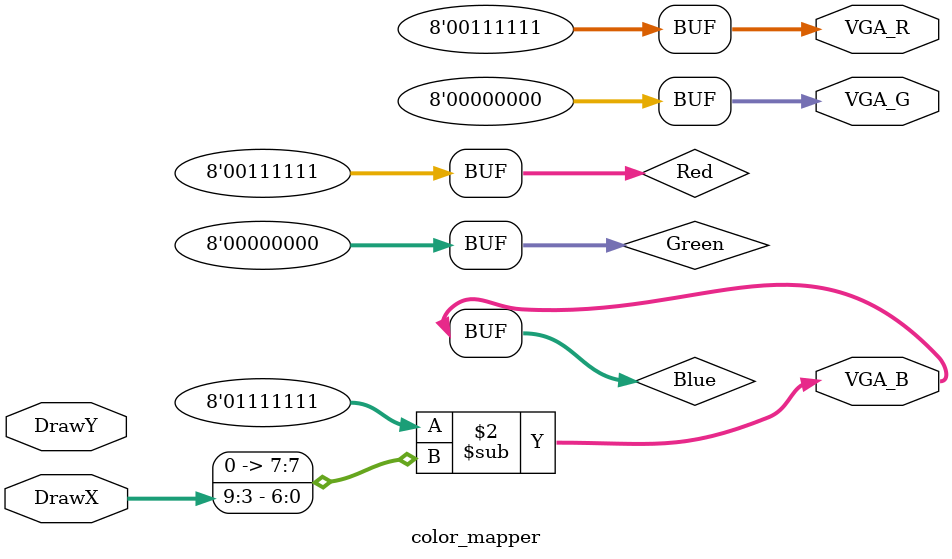
<source format=sv>
/************************************************************************
Color_Mapper.sv
by Ian Rudnick and Braeden Smith
4/27/2020

for ece385-gif-decoder

Decides which color to be output to VGA for each pixel.
Designed based on ECE 385 Lab 8 color mapper.
For Braeden Smith and Ian Rudnick's ECE 385 Final Project
************************************************************************/

module  color_mapper (
    input        [9:0] DrawX, DrawY,       // Current pixel coordinates
    output logic [7:0] VGA_R, VGA_G, VGA_B // VGA RGB output
);
    
    logic [7:0] Red, Green, Blue;
    
    // Output colors to VGA
    assign VGA_R = Red;
    assign VGA_G = Green;
    assign VGA_B = Blue;

    // PROPOSED ALGORITHM
    // Look up the size of current gif.
    // Center gif position on screen by subtracting gif size from screen size or something
    // Look at OCM color table at index of pixel we are drawing
    // Set Red, Green, and Blue received from OCM
    // profit

    always_comb begin
        // Temporary background with nice color gradient
        Red = 8'h3f; 
        Green = 8'h00;
        Blue = 8'h7f - {1'b0, DrawX[9:3]};
    end
    
endmodule

</source>
